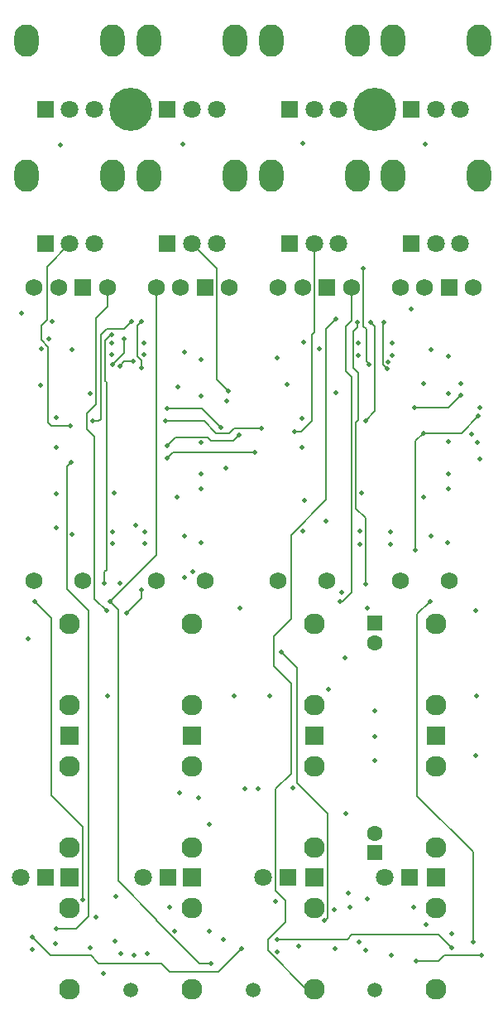
<source format=gbr>
%TF.GenerationSoftware,KiCad,Pcbnew,8.0.0*%
%TF.CreationDate,2024-08-29T00:26:00-07:00*%
%TF.ProjectId,veils_clone,7665696c-735f-4636-9c6f-6e652e6b6963,rev?*%
%TF.SameCoordinates,Original*%
%TF.FileFunction,Copper,L2,Inr*%
%TF.FilePolarity,Positive*%
%FSLAX46Y46*%
G04 Gerber Fmt 4.6, Leading zero omitted, Abs format (unit mm)*
G04 Created by KiCad (PCBNEW 8.0.0) date 2024-08-29 00:26:00*
%MOMM*%
%LPD*%
G01*
G04 APERTURE LIST*
%TA.AperFunction,ComponentPad*%
%ADD10R,1.750000X1.750000*%
%TD*%
%TA.AperFunction,ComponentPad*%
%ADD11C,1.750000*%
%TD*%
%TA.AperFunction,ComponentPad*%
%ADD12O,2.500000X3.300000*%
%TD*%
%TA.AperFunction,ComponentPad*%
%ADD13R,1.800000X1.800000*%
%TD*%
%TA.AperFunction,ComponentPad*%
%ADD14C,1.800000*%
%TD*%
%TA.AperFunction,ComponentPad*%
%ADD15C,2.130000*%
%TD*%
%TA.AperFunction,ComponentPad*%
%ADD16C,1.500000*%
%TD*%
%TA.AperFunction,ComponentPad*%
%ADD17R,1.930000X1.830000*%
%TD*%
%TA.AperFunction,ComponentPad*%
%ADD18C,4.400000*%
%TD*%
%TA.AperFunction,ComponentPad*%
%ADD19R,1.600000X1.600000*%
%TD*%
%TA.AperFunction,ComponentPad*%
%ADD20C,1.600000*%
%TD*%
%TA.AperFunction,ViaPad*%
%ADD21C,0.500000*%
%TD*%
%TA.AperFunction,Conductor*%
%ADD22C,0.200000*%
%TD*%
G04 APERTURE END LIST*
D10*
%TO.N,Net-(U5B--)*%
%TO.C,RV8*%
X97580000Y-76900000D03*
D11*
%TO.N,Net-(R52-Pad2)*%
X100080000Y-76900000D03*
%TO.N,GND*%
X97580000Y-106900000D03*
%TO.N,N/C*%
X95080000Y-76900000D03*
%TO.N,Net-(D5-K)*%
X92580000Y-106900000D03*
%TO.N,Net-(D5-A)*%
X92580000Y-76900000D03*
%TD*%
D12*
%TO.N,*%
%TO.C,RV3*%
X66850000Y-51725000D03*
X75650000Y-51725000D03*
D13*
%TO.N,Net-(R10-Pad2)*%
X68750000Y-58725000D03*
D14*
%TO.N,Net-(U7B-CVB)*%
X71250000Y-58725000D03*
%TO.N,Net-(U7A-CVA)*%
X73750000Y-58725000D03*
%TD*%
D15*
%TO.N,Net-(J3-PadT)*%
%TO.C,J3*%
X71250000Y-140350000D03*
%TO.N,Net-(J3-PadTN)*%
X71250000Y-148650000D03*
%TD*%
D16*
%TO.N,GND*%
%TO.C,REF\u002A\u002A*%
X102500000Y-148750000D03*
%TD*%
D12*
%TO.N,*%
%TO.C,RV12*%
X104325000Y-51725000D03*
X113125000Y-51725000D03*
D13*
%TO.N,Net-(R81-Pad2)*%
X106225000Y-58725000D03*
D14*
%TO.N,Net-(U8D-CVD)*%
X108725000Y-58725000D03*
%TO.N,Net-(U8C-CVC)*%
X111225000Y-58725000D03*
%TD*%
D17*
%TO.N,GND*%
%TO.C,J2*%
X71250000Y-122750000D03*
D15*
%TO.N,Net-(J2-PadT)*%
X71250000Y-111350000D03*
%TO.N,Net-(J2-PadTN)*%
X71250000Y-119650000D03*
%TD*%
D12*
%TO.N,*%
%TO.C,RV9*%
X91850000Y-51725000D03*
X100650000Y-51725000D03*
D13*
%TO.N,Net-(R57-Pad2)*%
X93750000Y-58725000D03*
D14*
%TO.N,Net-(U8B-CVB)*%
X96250000Y-58725000D03*
%TO.N,Net-(U8A-CVA)*%
X98750000Y-58725000D03*
%TD*%
D13*
%TO.N,Net-(D4-KA)*%
%TO.C,D4*%
X81275000Y-137250000D03*
D14*
%TO.N,Net-(D4-AK)*%
X78735000Y-137250000D03*
%TD*%
D15*
%TO.N,Net-(J6-PadT)*%
%TO.C,J6*%
X83750000Y-140350000D03*
%TO.N,Net-(J6-PadTN)*%
X83750000Y-148650000D03*
%TD*%
D12*
%TO.N,*%
%TO.C,RV7*%
X91850000Y-65475000D03*
X100650000Y-65475000D03*
D13*
%TO.N,GND*%
X93750000Y-72475000D03*
D14*
%TO.N,Net-(C13-Pad1)*%
X96250000Y-72475000D03*
%TO.N,+10V_REF*%
X98750000Y-72475000D03*
%TD*%
D12*
%TO.N,*%
%TO.C,RV1*%
X66850000Y-65475000D03*
X75650000Y-65475000D03*
D13*
%TO.N,GND*%
X68750000Y-72475000D03*
D14*
%TO.N,Net-(C1-Pad1)*%
X71250000Y-72475000D03*
%TO.N,+10V_REF*%
X73750000Y-72475000D03*
%TD*%
D15*
%TO.N,Net-(J9-PadT)*%
%TO.C,J9*%
X96250000Y-140350000D03*
%TO.N,Net-(J9-PadTN)*%
X96250000Y-148650000D03*
%TD*%
D17*
%TO.N,GND*%
%TO.C,J10*%
X108750000Y-137250000D03*
D15*
%TO.N,Net-(J10-PadT)*%
X108750000Y-125850000D03*
%TO.N,GND*%
X108750000Y-134150000D03*
%TD*%
D12*
%TO.N,*%
%TO.C,RV4*%
X79350000Y-65475000D03*
X88150000Y-65475000D03*
D13*
%TO.N,GND*%
X81250000Y-72475000D03*
D14*
%TO.N,Net-(C7-Pad1)*%
X83750000Y-72475000D03*
%TO.N,+10V_REF*%
X86250000Y-72475000D03*
%TD*%
D12*
%TO.N,*%
%TO.C,RV6*%
X79350000Y-51725000D03*
X88150000Y-51725000D03*
D13*
%TO.N,Net-(R33-Pad2)*%
X81250000Y-58725000D03*
D14*
%TO.N,Net-(U7D-CVD)*%
X83750000Y-58725000D03*
%TO.N,Net-(U7C-CVC)*%
X86250000Y-58725000D03*
%TD*%
D15*
%TO.N,Net-(J12-PadT)*%
%TO.C,J12*%
X108750000Y-140350000D03*
%TO.N,unconnected-(J12-PadTN)*%
X108750000Y-148650000D03*
%TD*%
D17*
%TO.N,GND*%
%TO.C,J4*%
X83750000Y-137250000D03*
D15*
%TO.N,Net-(J4-PadT)*%
X83750000Y-125850000D03*
%TO.N,GND*%
X83750000Y-134150000D03*
%TD*%
D17*
%TO.N,GND*%
%TO.C,J8*%
X96250000Y-122750000D03*
D15*
%TO.N,Net-(J8-PadT)*%
X96250000Y-111350000D03*
%TO.N,Net-(J8-PadTN)*%
X96250000Y-119650000D03*
%TD*%
D18*
%TO.N,N/C*%
%TO.C,REF\u002A\u002A*%
X102500000Y-58725000D03*
%TD*%
D10*
%TO.N,Net-(U6B--)*%
%TO.C,RV11*%
X110080000Y-76900000D03*
D11*
%TO.N,Net-(R76-Pad2)*%
X112580000Y-76900000D03*
%TO.N,GND*%
X110080000Y-106900000D03*
%TO.N,N/C*%
X107580000Y-76900000D03*
%TO.N,Net-(D7-K)*%
X105080000Y-106900000D03*
%TO.N,Net-(D7-A)*%
X105080000Y-76900000D03*
%TD*%
D17*
%TO.N,GND*%
%TO.C,J1*%
X71250000Y-137250000D03*
D15*
%TO.N,Net-(J1-PadT)*%
X71250000Y-125850000D03*
%TO.N,GND*%
X71250000Y-134150000D03*
%TD*%
D13*
%TO.N,Net-(D8-KA)*%
%TO.C,D8*%
X106050000Y-137250000D03*
D14*
%TO.N,Net-(D8-AK)*%
X103510000Y-137250000D03*
%TD*%
D13*
%TO.N,Net-(D6-KA)*%
%TO.C,D6*%
X93550000Y-137250000D03*
D14*
%TO.N,Net-(D6-AK)*%
X91010000Y-137250000D03*
%TD*%
D17*
%TO.N,GND*%
%TO.C,J5*%
X83750000Y-122750000D03*
D15*
%TO.N,Net-(J5-PadT)*%
X83750000Y-111350000D03*
%TO.N,Net-(J5-PadTN)*%
X83750000Y-119650000D03*
%TD*%
D17*
%TO.N,GND*%
%TO.C,J11*%
X108750000Y-122750000D03*
D15*
%TO.N,Net-(J11-PadT)*%
X108750000Y-111350000D03*
%TO.N,Net-(J11-PadTN)*%
X108750000Y-119650000D03*
%TD*%
D12*
%TO.N,*%
%TO.C,RV10*%
X104325000Y-65475000D03*
X113125000Y-65475000D03*
D13*
%TO.N,GND*%
X106225000Y-72475000D03*
D14*
%TO.N,Net-(C19-Pad1)*%
X108725000Y-72475000D03*
%TO.N,+10V_REF*%
X111225000Y-72475000D03*
%TD*%
D17*
%TO.N,GND*%
%TO.C,J7*%
X96250000Y-137250000D03*
D15*
%TO.N,Net-(J7-PadT)*%
X96250000Y-125850000D03*
%TO.N,GND*%
X96250000Y-134150000D03*
%TD*%
D18*
%TO.N,N/C*%
%TO.C,REF\u002A\u002A*%
X77500000Y-58725000D03*
%TD*%
D13*
%TO.N,Net-(D2-KA)*%
%TO.C,D2*%
X68775000Y-137250000D03*
D14*
%TO.N,Net-(D2-AK)*%
X66235000Y-137250000D03*
%TD*%
D10*
%TO.N,Net-(U4B--)*%
%TO.C,RV5*%
X85080000Y-76900000D03*
D11*
%TO.N,Net-(R28-Pad2)*%
X87580000Y-76900000D03*
%TO.N,GND*%
X85080000Y-106900000D03*
%TO.N,N/C*%
X82580000Y-76900000D03*
%TO.N,Net-(D3-K)*%
X80080000Y-106900000D03*
%TO.N,Net-(D3-A)*%
X80080000Y-76900000D03*
%TD*%
D16*
%TO.N,GND*%
%TO.C,REF\u002A\u002A*%
X77500000Y-148750000D03*
%TD*%
%TO.N,GND*%
%TO.C,REF\u002A\u002A*%
X90000000Y-148750000D03*
%TD*%
D10*
%TO.N,Net-(U2B--)*%
%TO.C,RV2*%
X72580000Y-76900000D03*
D11*
%TO.N,Net-(R5-Pad2)*%
X75080000Y-76900000D03*
%TO.N,GND*%
X72580000Y-106900000D03*
%TO.N,N/C*%
X70080000Y-76900000D03*
%TO.N,Net-(D1-K)*%
X67580000Y-106900000D03*
%TO.N,Net-(D1-A)*%
X67580000Y-76900000D03*
%TD*%
D19*
%TO.N,+12V*%
%TO.C,C42*%
X102455112Y-111250000D03*
D20*
%TO.N,GND*%
X102455112Y-113250000D03*
%TD*%
D19*
%TO.N,GND*%
%TO.C,C41*%
X102500000Y-134705113D03*
D20*
%TO.N,-12V*%
X102500000Y-132705113D03*
%TD*%
D21*
%TO.N,GND*%
X84700000Y-88000000D03*
X69900000Y-98000000D03*
X69800000Y-144000000D03*
X110350000Y-143000000D03*
X84700000Y-84300000D03*
X75950000Y-139200000D03*
X75900000Y-143750000D03*
X87300000Y-88500000D03*
X70300000Y-62400000D03*
X104100000Y-103200000D03*
X69100000Y-82200000D03*
X100800000Y-83900000D03*
X98500000Y-87700000D03*
X81500000Y-140250000D03*
X109900000Y-103000000D03*
X107600000Y-62300000D03*
X90500000Y-128200000D03*
X87200000Y-95400000D03*
X82800000Y-62300000D03*
X100900000Y-101800000D03*
X102500000Y-120200000D03*
X92450000Y-144850000D03*
X113200000Y-94500000D03*
X84700000Y-103000000D03*
X99950000Y-140250000D03*
X95200000Y-82500000D03*
X100850000Y-143850000D03*
X106450000Y-140250000D03*
X99500000Y-130700000D03*
X95100000Y-101800000D03*
X100800000Y-82600000D03*
X89200000Y-128200000D03*
X99400000Y-114800000D03*
X75500000Y-82600000D03*
X104150000Y-145150000D03*
X67450000Y-144600000D03*
X104100000Y-101900000D03*
X110000000Y-84000000D03*
X110000000Y-97500000D03*
X75600000Y-103100000D03*
X75600000Y-101900000D03*
X102500000Y-122800000D03*
X84700000Y-97500000D03*
X113200000Y-89200000D03*
X110000000Y-87800000D03*
X78900000Y-101900000D03*
X95300000Y-98700000D03*
X85500000Y-142750000D03*
X94650000Y-144250000D03*
X78800000Y-83800000D03*
X78800000Y-82600000D03*
X104200000Y-83900000D03*
X102500000Y-125300000D03*
X78900000Y-103100000D03*
X95100000Y-62200000D03*
X73300000Y-87800000D03*
X104200000Y-82600000D03*
X69850000Y-101500000D03*
X75500000Y-83800000D03*
X100900000Y-103200000D03*
X79150000Y-145000000D03*
%TO.N,Net-(C1-Pad1)*%
X71300000Y-91100000D03*
%TO.N,Net-(C6-Pad2)*%
X67000000Y-112850000D03*
X68300000Y-83200000D03*
%TO.N,Net-(C7-Pad1)*%
X87500000Y-87500000D03*
%TO.N,Net-(U5C--)*%
X69414949Y-80406040D03*
X106150000Y-79100000D03*
%TO.N,Net-(C13-Pad1)*%
X94250000Y-91700000D03*
%TO.N,Net-(U8A-CVA)*%
X103692598Y-85232076D03*
X103400000Y-80500000D03*
%TO.N,Net-(C18-Pad2)*%
X92300000Y-139700000D03*
X92500000Y-84150000D03*
%TO.N,Net-(C19-Pad1)*%
X112950000Y-92800000D03*
X111300000Y-86800000D03*
%TO.N,Net-(D1-A)*%
X72600000Y-139500000D03*
X67700000Y-109000000D03*
%TO.N,Net-(D2-KA)*%
X74650000Y-147050000D03*
X73900000Y-141300000D03*
%TO.N,Net-(D3-A)*%
X75350000Y-109000000D03*
X85700000Y-146000000D03*
%TO.N,Net-(D5-A)*%
X97300000Y-141650000D03*
X92900000Y-114200000D03*
X88700000Y-109700000D03*
%TO.N,Net-(D7-A)*%
X112500000Y-143800000D03*
X108100000Y-109000000D03*
%TO.N,Net-(J3-PadTN)*%
X66300000Y-79600000D03*
%TO.N,/CH1/OUT*%
X74800000Y-107200000D03*
X75512499Y-81800031D03*
%TO.N,+10V_REF*%
X88100000Y-118700000D03*
X84459544Y-129114090D03*
X112850000Y-118700000D03*
X75100000Y-118700000D03*
X91700000Y-118700000D03*
%TO.N,-2V5_REF*%
X88850000Y-144500000D03*
X110000000Y-92700000D03*
X67450000Y-143350000D03*
X95000000Y-93300000D03*
X94100000Y-128087941D03*
X69850000Y-90250000D03*
X110000000Y-96000000D03*
X110350000Y-144450000D03*
X92450000Y-143550000D03*
X84700000Y-96000000D03*
X69850000Y-93250000D03*
X84700000Y-92800000D03*
X95000000Y-90300000D03*
%TO.N,Net-(U6B--)*%
X113050000Y-90100000D03*
X107425000Y-91800000D03*
X106600000Y-103800000D03*
%TO.N,Net-(U3D--)*%
X112350000Y-91950000D03*
X113350000Y-145200000D03*
X106687500Y-145787500D03*
%TO.N,/CH3/OUT*%
X100700000Y-80500000D03*
X101500000Y-107250000D03*
%TO.N,Net-(U8B-CVB)*%
X102050000Y-80500000D03*
X101493590Y-90593590D03*
%TO.N,Net-(U2B--)*%
X76350000Y-85000000D03*
X77700000Y-84500000D03*
%TO.N,Net-(U7A-CVA)*%
X78600000Y-80400000D03*
X78550000Y-85150000D03*
%TO.N,Net-(U2C--)*%
X75600000Y-84800000D03*
X76800000Y-82200000D03*
%TO.N,Net-(U7C-CVC)*%
X81005000Y-90595000D03*
X90900000Y-91300000D03*
X83000000Y-106600000D03*
X87000000Y-143600000D03*
%TO.N,Net-(U4B--)*%
X81200000Y-93135000D03*
X88600000Y-92000000D03*
X78000000Y-101200000D03*
%TO.N,Net-(U4C--)*%
X83800000Y-106000000D03*
X76350735Y-107150735D03*
%TO.N,Net-(U5B--)*%
X101300000Y-75000000D03*
X103850000Y-84550000D03*
X101900000Y-84800000D03*
%TO.N,+12V*%
X98437500Y-144487500D03*
X82200000Y-98400000D03*
X75800000Y-97900000D03*
X108200000Y-102300000D03*
X73375000Y-144375000D03*
X85500000Y-131800000D03*
X101100000Y-97900000D03*
X83000000Y-83500000D03*
X107500000Y-98400000D03*
X108200000Y-83300000D03*
X83000000Y-102300000D03*
%TO.N,-12V*%
X71500000Y-83250000D03*
X82000000Y-142750000D03*
X97500000Y-100800000D03*
X71500000Y-102200000D03*
X96800000Y-83200000D03*
X82275000Y-87100000D03*
X107750000Y-142050000D03*
X107500000Y-86800000D03*
%TO.N,Net-(J9-PadTN)*%
X98500000Y-80150000D03*
%TO.N,Net-(U7A-INA)*%
X78600000Y-107800000D03*
X77050000Y-110200000D03*
%TO.N,Net-(R5-Pad2)*%
X75000000Y-110000000D03*
%TO.N,Net-(U1B--)*%
X69900000Y-142500000D03*
X71400000Y-94800000D03*
%TO.N,Net-(U1A-+)*%
X76500000Y-145050000D03*
X68250000Y-86950000D03*
%TO.N,Net-(U7C-INC)*%
X86675000Y-91225000D03*
X81200000Y-89325000D03*
%TO.N,Net-(R40-Pad1)*%
X82450000Y-128550000D03*
X77800000Y-145200000D03*
%TO.N,Net-(R52-Pad2)*%
X98900000Y-109000000D03*
%TO.N,Net-(R64-Pad1)*%
X97700000Y-118000000D03*
X98300000Y-140500000D03*
%TO.N,Net-(U3A-+)*%
X93500000Y-86850000D03*
X101550000Y-144700000D03*
%TO.N,Net-(U8C-INC)*%
X111300000Y-87950000D03*
X112750000Y-124800000D03*
X106500000Y-89250000D03*
%TO.N,Net-(R76-Pad2)*%
X112750000Y-110000000D03*
%TO.N,Net-(R88-Pad1)*%
X101700000Y-109700000D03*
X101700000Y-139400000D03*
%TO.N,Net-(U3C-+)*%
X99750000Y-138800000D03*
X99100000Y-108100000D03*
%TO.N,Net-(U7B-CVB)*%
X77600000Y-80400000D03*
X73600000Y-90600000D03*
%TO.N,Net-(U7D-CVD)*%
X81200000Y-94400000D03*
X90200000Y-93800000D03*
%TD*%
D22*
%TO.N,Net-(C1-Pad1)*%
X69000000Y-83000000D02*
X68300000Y-82300000D01*
X69000000Y-90700000D02*
X69000000Y-83000000D01*
X68905000Y-74820000D02*
X71250000Y-72475000D01*
X68300000Y-82300000D02*
X68300000Y-80805000D01*
X68300000Y-80805000D02*
X68905000Y-80200000D01*
X68905000Y-80200000D02*
X68905000Y-74820000D01*
X69400000Y-91100000D02*
X69000000Y-90700000D01*
X71300000Y-91100000D02*
X69400000Y-91100000D01*
%TO.N,Net-(C7-Pad1)*%
X86300000Y-86300000D02*
X87500000Y-87500000D01*
X86300000Y-75025000D02*
X86300000Y-86300000D01*
X83750000Y-72475000D02*
X86300000Y-75025000D01*
%TO.N,Net-(C13-Pad1)*%
X96255000Y-72480000D02*
X96255000Y-81545000D01*
X96255000Y-81545000D02*
X96000000Y-81800000D01*
X94900000Y-91700000D02*
X94250000Y-91700000D01*
X96000000Y-81800000D02*
X96000000Y-90600000D01*
X96250000Y-72475000D02*
X96255000Y-72480000D01*
X96000000Y-90600000D02*
X94900000Y-91700000D01*
%TO.N,Net-(U8A-CVA)*%
X103300000Y-84839478D02*
X103692598Y-85232076D01*
X103400000Y-80500000D02*
X103300000Y-80600000D01*
X103300000Y-80600000D02*
X103300000Y-84839478D01*
%TO.N,Net-(D1-A)*%
X69400000Y-110700000D02*
X69400000Y-128800000D01*
X69400000Y-128800000D02*
X72615000Y-132015000D01*
X72615000Y-139485000D02*
X72600000Y-139500000D01*
X72615000Y-132015000D02*
X72615000Y-139485000D01*
X67700000Y-109000000D02*
X69400000Y-110700000D01*
%TO.N,Net-(D3-A)*%
X80100000Y-141627818D02*
X84472182Y-146000000D01*
X80080000Y-104270000D02*
X75350000Y-109000000D01*
X80100000Y-141500000D02*
X80100000Y-141627818D01*
X75350000Y-109000000D02*
X76200000Y-109850000D01*
X76200000Y-137600000D02*
X80100000Y-141500000D01*
X76200000Y-109850000D02*
X76200000Y-137600000D01*
X84472182Y-146000000D02*
X85700000Y-146000000D01*
X80080000Y-76900000D02*
X80080000Y-104270000D01*
%TO.N,Net-(D5-A)*%
X94500000Y-115800000D02*
X92900000Y-114200000D01*
X97615000Y-141335000D02*
X97615000Y-130715000D01*
X94500000Y-115900000D02*
X94500000Y-115800000D01*
X97300000Y-141650000D02*
X97615000Y-141335000D01*
X94500000Y-127600000D02*
X94500000Y-115900000D01*
X94500000Y-127600000D02*
X97615000Y-130715000D01*
%TO.N,Net-(D7-A)*%
X112500000Y-134600000D02*
X112500000Y-143800000D01*
X106800000Y-110300000D02*
X106800000Y-128900000D01*
X108100000Y-109000000D02*
X106800000Y-110300000D01*
X106800000Y-128900000D02*
X112500000Y-134600000D01*
%TO.N,/CH1/OUT*%
X74900000Y-86500000D02*
X75000000Y-86600000D01*
X75512499Y-81800031D02*
X75451440Y-81800031D01*
X74800000Y-106000000D02*
X74800000Y-107200000D01*
X75451440Y-81800031D02*
X74900000Y-82351471D01*
X74900000Y-82351471D02*
X74900000Y-86500000D01*
X75000000Y-105800000D02*
X74800000Y-106000000D01*
X75000000Y-86600000D02*
X75000000Y-105800000D01*
%TO.N,-2V5_REF*%
X67450000Y-143350000D02*
X69300000Y-145200000D01*
X109000000Y-143100000D02*
X110350000Y-144450000D01*
X92450000Y-143550000D02*
X99650000Y-143550000D01*
X81500000Y-146900000D02*
X86450000Y-146900000D01*
X74225000Y-146025000D02*
X80625000Y-146025000D01*
X73400000Y-145200000D02*
X74225000Y-146025000D01*
X100100000Y-143100000D02*
X109000000Y-143100000D01*
X99650000Y-143550000D02*
X100100000Y-143100000D01*
X80625000Y-146025000D02*
X81500000Y-146900000D01*
X86450000Y-146900000D02*
X88850000Y-144500000D01*
X69300000Y-145200000D02*
X73400000Y-145200000D01*
%TO.N,Net-(U6B--)*%
X107425000Y-91800000D02*
X106600000Y-92625000D01*
X107425000Y-91800000D02*
X111350000Y-91800000D01*
X111350000Y-91800000D02*
X113050000Y-90100000D01*
X106600000Y-92625000D02*
X106600000Y-103800000D01*
%TO.N,Net-(U3D--)*%
X109600000Y-145200000D02*
X113350000Y-145200000D01*
X106687500Y-145787500D02*
X109012500Y-145787500D01*
X109012500Y-145787500D02*
X109600000Y-145200000D01*
%TO.N,/CH3/OUT*%
X100550000Y-90750000D02*
X100800000Y-90500000D01*
X101500000Y-107250000D02*
X101500000Y-100500000D01*
X100800000Y-90500000D02*
X100800000Y-85700000D01*
X101500000Y-100500000D02*
X100550000Y-99550000D01*
X100800000Y-85700000D02*
X100250000Y-85150000D01*
X100250000Y-85150000D02*
X100250000Y-81450000D01*
X100550000Y-99550000D02*
X100550000Y-90750000D01*
X100700000Y-81000000D02*
X100700000Y-80500000D01*
X100250000Y-81450000D02*
X100700000Y-81000000D01*
%TO.N,Net-(U8B-CVB)*%
X101493590Y-90593590D02*
X102500000Y-89587180D01*
X102500000Y-80950000D02*
X102050000Y-80500000D01*
X102500000Y-89587180D02*
X102500000Y-80950000D01*
%TO.N,Net-(U2B--)*%
X77700000Y-84500000D02*
X76850000Y-84500000D01*
X76850000Y-84500000D02*
X76350000Y-85000000D01*
%TO.N,Net-(U7A-CVA)*%
X78550000Y-84350000D02*
X78200000Y-84000000D01*
X78200000Y-80800000D02*
X78600000Y-80400000D01*
X78550000Y-85150000D02*
X78550000Y-84350000D01*
X78200000Y-84000000D02*
X78200000Y-80800000D01*
%TO.N,Net-(U2C--)*%
X76800000Y-83600000D02*
X75600000Y-84800000D01*
X76800000Y-82200000D02*
X76800000Y-83600000D01*
%TO.N,Net-(U7C-CVC)*%
X90900000Y-91300000D02*
X88100000Y-91300000D01*
X86200000Y-91800000D02*
X84995000Y-90595000D01*
X88100000Y-91300000D02*
X87600000Y-91800000D01*
X84995000Y-90595000D02*
X81005000Y-90595000D01*
X87600000Y-91800000D02*
X86200000Y-91800000D01*
%TO.N,Net-(U4B--)*%
X88600000Y-92000000D02*
X88000000Y-92600000D01*
X88000000Y-92600000D02*
X85700000Y-92600000D01*
X85700000Y-92600000D02*
X85350000Y-92250000D01*
X82085000Y-92250000D02*
X81200000Y-93135000D01*
X85350000Y-92250000D02*
X82085000Y-92250000D01*
%TO.N,Net-(U5B--)*%
X101600000Y-84500000D02*
X101600000Y-81200000D01*
X101300000Y-80900000D02*
X101300000Y-75000000D01*
X101900000Y-84800000D02*
X101600000Y-84500000D01*
X101600000Y-81200000D02*
X101300000Y-80900000D01*
%TO.N,Net-(J9-PadTN)*%
X92100000Y-115627818D02*
X93872182Y-117400000D01*
X92100000Y-112600000D02*
X92100000Y-115627818D01*
X97500000Y-98600000D02*
X93872182Y-102227818D01*
X93872182Y-110827818D02*
X92100000Y-112600000D01*
X91500000Y-144677818D02*
X95472182Y-148650000D01*
X92300000Y-138600000D02*
X93300000Y-139600000D01*
X93300000Y-139600000D02*
X93300000Y-141800000D01*
X93872182Y-102227818D02*
X93872182Y-110827818D01*
X95472182Y-148650000D02*
X96250000Y-148650000D01*
X97500000Y-81150000D02*
X97500000Y-98600000D01*
X92300000Y-128200000D02*
X92300000Y-138600000D01*
X93872182Y-117400000D02*
X93872182Y-126627818D01*
X98500000Y-80150000D02*
X97500000Y-81150000D01*
X93300000Y-141800000D02*
X91500000Y-143600000D01*
X91500000Y-143600000D02*
X91500000Y-144677818D01*
X93872182Y-126627818D02*
X92300000Y-128200000D01*
%TO.N,Net-(U7A-INA)*%
X78600000Y-108650000D02*
X78600000Y-107800000D01*
X77050000Y-110200000D02*
X78600000Y-108650000D01*
%TO.N,Net-(R5-Pad2)*%
X73000000Y-89775000D02*
X73900000Y-88875000D01*
X73775000Y-92200000D02*
X73000000Y-91425000D01*
X73900000Y-80100000D02*
X75080000Y-78920000D01*
X73000000Y-91425000D02*
X73000000Y-89775000D01*
X75080000Y-78920000D02*
X75080000Y-76900000D01*
X75000000Y-110000000D02*
X73775000Y-108775000D01*
X73775000Y-108775000D02*
X73775000Y-92200000D01*
X73900000Y-88875000D02*
X73900000Y-80100000D01*
%TO.N,Net-(U1B--)*%
X71900000Y-142500000D02*
X73200000Y-141200000D01*
X70950000Y-107750000D02*
X73200000Y-110000000D01*
X70950000Y-95250000D02*
X71400000Y-94800000D01*
X73200000Y-141200000D02*
X73200000Y-110000000D01*
X70950000Y-107750000D02*
X70950000Y-95250000D01*
X69900000Y-142500000D02*
X71900000Y-142500000D01*
%TO.N,Net-(U7C-INC)*%
X86675000Y-91225000D02*
X84775000Y-89325000D01*
X84775000Y-89325000D02*
X81200000Y-89325000D01*
%TO.N,Net-(R52-Pad2)*%
X100080000Y-86100000D02*
X100080000Y-108120000D01*
X99500000Y-85520000D02*
X100080000Y-86100000D01*
X100080000Y-76900000D02*
X100080000Y-80320000D01*
X99500000Y-80900000D02*
X99500000Y-85520000D01*
X100080000Y-80320000D02*
X99500000Y-80900000D01*
X100080000Y-108120000D02*
X99200000Y-109000000D01*
X99200000Y-109000000D02*
X98900000Y-109000000D01*
%TO.N,Net-(U8C-INC)*%
X110000000Y-89250000D02*
X111300000Y-87950000D01*
X106500000Y-89250000D02*
X110000000Y-89250000D01*
%TO.N,Net-(U7B-CVB)*%
X76800000Y-81200000D02*
X75000000Y-81200000D01*
X77600000Y-80400000D02*
X76800000Y-81200000D01*
X74400000Y-81800000D02*
X74400000Y-90400000D01*
X74400000Y-90400000D02*
X74200000Y-90600000D01*
X74200000Y-90600000D02*
X73600000Y-90600000D01*
X75000000Y-81200000D02*
X74400000Y-81800000D01*
%TO.N,Net-(U7D-CVD)*%
X81800000Y-93800000D02*
X81200000Y-94400000D01*
X90200000Y-93800000D02*
X81800000Y-93800000D01*
%TD*%
M02*

</source>
